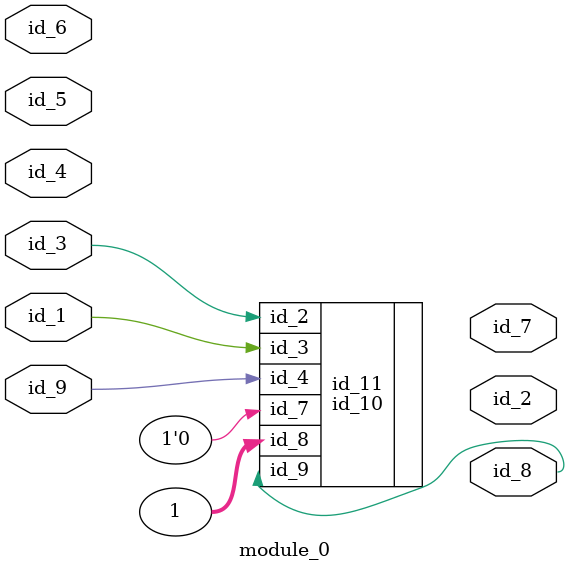
<source format=v>
`define pp_1 0
module module_0 (
    id_1,
    id_2,
    id_3,
    id_4,
    id_5,
    id_6,
    id_7,
    id_8,
    id_9
);
  input id_9;
  output id_8;
  output id_7;
  input id_6;
  input id_5;
  input id_4;
  input id_3;
  output id_2;
  input id_1;
  id_10 id_11 (
      .id_9(id_8),
      .id_3(id_1),
      .id_7(1'b0),
      .id_4(id_4),
      .id_8(1),
      .id_4(id_9),
      .id_2(id_3)
  );
endmodule

</source>
